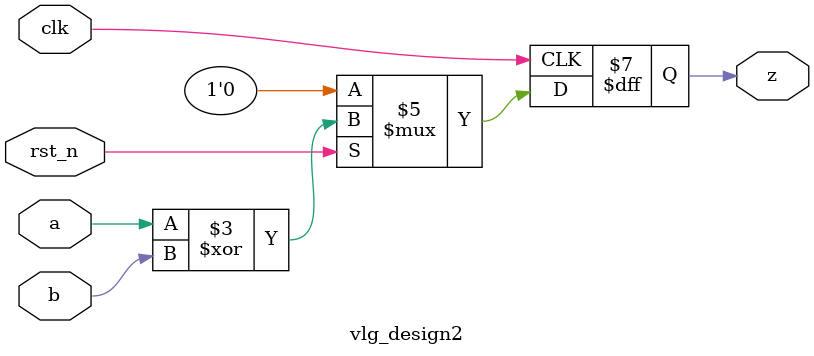
<source format=v>

`timescale 1ns/1ps

module vlg_design2(
	input clk,
	input rst_n,
	input a,b,
	output reg z
    );
	
always @(posedge clk) begin
	if (!rst_n)
		z <= 1'b0;
	else
		z <= a ^ b;
end

endmodule


</source>
